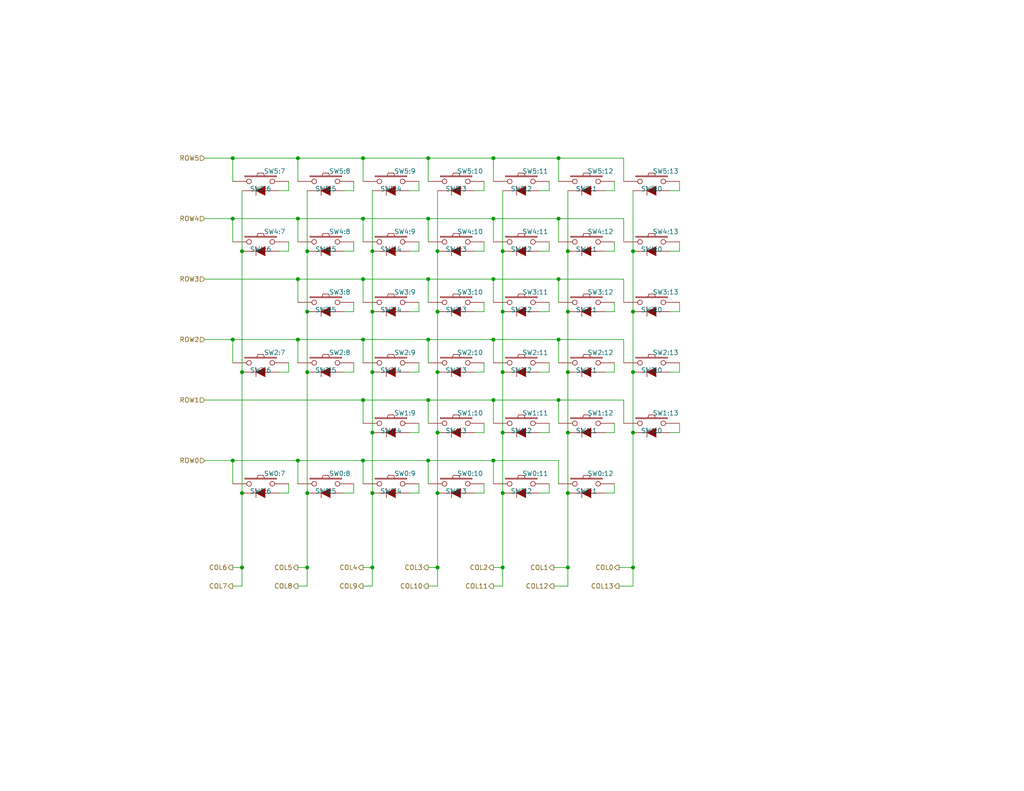
<source format=kicad_sch>
(kicad_sch (version 20210621) (generator eeschema)
  (paper "USLetter")
  (lib_symbols
    (symbol "ErgoDOX-rescue:SWITCH_DIODE" (pin_numbers hide) (pin_names (offset 1.016) hide)
      (property "Reference" "SW" (at 3.81 2.794 0))
      (property "Value" "SWITCH_DIODE" (at 0 -2.032 0))
      (symbol "SWITCH_DIODE_0_1"
        (rectangle (start -4.318 1.27) (end 4.318 1.524))
        (polyline (pts (xy -1.27 -1.27) (xy -1.27 -3.81)))
        (polyline (pts (xy -1.016 1.524) (xy -0.762 2.286) (xy 0.762 2.286) (xy 1.016 1.524)))
        (polyline (pts (xy 1.27 -1.27) (xy -1.27 -2.54) (xy 1.27 -3.81)) (fill (type outline)))
        (pin passive inverted (at -7.62 0 0) (length 5.08) (name "1") (number "1"))
        (pin passive inverted (at 7.62 0 180) (length 5.08) (name "2") (number "2"))
      )
      (symbol "SWITCH_DIODE_1_1"
        (pin power_in line (at 0 0 90) (length 0) hide (name "GND") (number "0"))
        (pin passive line (at 5.08 -2.54 180) (length 3.81) (name "A") (number "3"))
        (pin passive line (at -5.08 -2.54 0) (length 3.81) (name "K") (number "4"))
      )
    )
  )
  (junction (at 63.5 43.18) (diameter 0.9144))
  (junction (at 63.5 59.69) (diameter 0.9144))
  (junction (at 63.5 92.71) (diameter 0.9144))
  (junction (at 63.5 125.73) (diameter 0.9144))
  (junction (at 66.04 68.58) (diameter 0.9144))
  (junction (at 66.04 101.6) (diameter 0.9144))
  (junction (at 66.04 134.62) (diameter 0.9144))
  (junction (at 66.04 154.94) (diameter 0.9144))
  (junction (at 81.28 43.18) (diameter 0.9144))
  (junction (at 81.28 59.69) (diameter 0.9144))
  (junction (at 81.28 76.2) (diameter 0.9144))
  (junction (at 81.28 92.71) (diameter 0.9144))
  (junction (at 81.28 125.73) (diameter 0.9144))
  (junction (at 83.82 68.58) (diameter 0.9144))
  (junction (at 83.82 85.09) (diameter 0.9144))
  (junction (at 83.82 101.6) (diameter 0.9144))
  (junction (at 83.82 134.62) (diameter 0.9144))
  (junction (at 83.82 154.94) (diameter 0.9144))
  (junction (at 99.06 43.18) (diameter 0.9144))
  (junction (at 99.06 59.69) (diameter 0.9144))
  (junction (at 99.06 76.2) (diameter 0.9144))
  (junction (at 99.06 92.71) (diameter 0.9144))
  (junction (at 99.06 109.22) (diameter 0.9144))
  (junction (at 99.06 125.73) (diameter 0.9144))
  (junction (at 101.6 68.58) (diameter 0.9144))
  (junction (at 101.6 85.09) (diameter 0.9144))
  (junction (at 101.6 101.6) (diameter 0.9144))
  (junction (at 101.6 118.11) (diameter 0.9144))
  (junction (at 101.6 134.62) (diameter 0.9144))
  (junction (at 101.6 154.94) (diameter 0.9144))
  (junction (at 116.84 43.18) (diameter 0.9144))
  (junction (at 116.84 59.69) (diameter 0.9144))
  (junction (at 116.84 76.2) (diameter 0.9144))
  (junction (at 116.84 92.71) (diameter 0.9144))
  (junction (at 116.84 109.22) (diameter 0.9144))
  (junction (at 116.84 125.73) (diameter 0.9144))
  (junction (at 119.38 68.58) (diameter 0.9144))
  (junction (at 119.38 85.09) (diameter 0.9144))
  (junction (at 119.38 101.6) (diameter 0.9144))
  (junction (at 119.38 118.11) (diameter 0.9144))
  (junction (at 119.38 134.62) (diameter 0.9144))
  (junction (at 119.38 154.94) (diameter 0.9144))
  (junction (at 134.62 43.18) (diameter 0.9144))
  (junction (at 134.62 59.69) (diameter 0.9144))
  (junction (at 134.62 76.2) (diameter 0.9144))
  (junction (at 134.62 92.71) (diameter 0.9144))
  (junction (at 134.62 109.22) (diameter 0.9144))
  (junction (at 134.62 125.73) (diameter 0.9144))
  (junction (at 137.16 68.58) (diameter 0.9144))
  (junction (at 137.16 85.09) (diameter 0.9144))
  (junction (at 137.16 101.6) (diameter 0.9144))
  (junction (at 137.16 118.11) (diameter 0.9144))
  (junction (at 137.16 134.62) (diameter 0.9144))
  (junction (at 137.16 154.94) (diameter 0.9144))
  (junction (at 152.4 43.18) (diameter 0.9144))
  (junction (at 152.4 59.69) (diameter 0.9144))
  (junction (at 152.4 76.2) (diameter 0.9144))
  (junction (at 152.4 92.71) (diameter 0.9144))
  (junction (at 152.4 109.22) (diameter 0.9144))
  (junction (at 154.94 68.58) (diameter 0.9144))
  (junction (at 154.94 85.09) (diameter 0.9144))
  (junction (at 154.94 101.6) (diameter 0.9144))
  (junction (at 154.94 118.11) (diameter 0.9144))
  (junction (at 154.94 134.62) (diameter 0.9144))
  (junction (at 154.94 154.94) (diameter 0.9144))
  (junction (at 172.72 68.58) (diameter 0.9144))
  (junction (at 172.72 85.09) (diameter 0.9144))
  (junction (at 172.72 101.6) (diameter 0.9144))
  (junction (at 172.72 118.11) (diameter 0.9144))
  (junction (at 172.72 154.94) (diameter 0.9144))
  (wire (pts (xy 55.88 43.18) (xy 63.5 43.18)))
  (wire (pts (xy 55.88 59.69) (xy 63.5 59.69)))
  (wire (pts (xy 55.88 76.2) (xy 81.28 76.2)))
  (wire (pts (xy 55.88 92.71) (xy 63.5 92.71)))
  (wire (pts (xy 55.88 109.22) (xy 99.06 109.22)))
  (wire (pts (xy 55.88 125.73) (xy 63.5 125.73)))
  (wire (pts (xy 63.5 43.18) (xy 81.28 43.18)))
  (wire (pts (xy 63.5 49.53) (xy 63.5 43.18)))
  (wire (pts (xy 63.5 59.69) (xy 81.28 59.69)))
  (wire (pts (xy 63.5 66.04) (xy 63.5 59.69)))
  (wire (pts (xy 63.5 92.71) (xy 81.28 92.71)))
  (wire (pts (xy 63.5 99.06) (xy 63.5 92.71)))
  (wire (pts (xy 63.5 125.73) (xy 81.28 125.73)))
  (wire (pts (xy 63.5 132.08) (xy 63.5 125.73)))
  (wire (pts (xy 63.5 154.94) (xy 66.04 154.94)))
  (wire (pts (xy 63.5 160.02) (xy 66.04 160.02)))
  (wire (pts (xy 66.04 52.07) (xy 66.04 68.58)))
  (wire (pts (xy 66.04 68.58) (xy 66.04 101.6)))
  (wire (pts (xy 66.04 101.6) (xy 66.04 134.62)))
  (wire (pts (xy 66.04 134.62) (xy 66.04 154.94)))
  (wire (pts (xy 66.04 160.02) (xy 66.04 154.94)))
  (wire (pts (xy 76.2 52.07) (xy 78.74 52.07)))
  (wire (pts (xy 76.2 68.58) (xy 78.74 68.58)))
  (wire (pts (xy 76.2 101.6) (xy 78.74 101.6)))
  (wire (pts (xy 76.2 134.62) (xy 78.74 134.62)))
  (wire (pts (xy 78.74 52.07) (xy 78.74 49.53)))
  (wire (pts (xy 78.74 68.58) (xy 78.74 66.04)))
  (wire (pts (xy 78.74 101.6) (xy 78.74 99.06)))
  (wire (pts (xy 78.74 134.62) (xy 78.74 132.08)))
  (wire (pts (xy 81.28 43.18) (xy 81.28 49.53)))
  (wire (pts (xy 81.28 43.18) (xy 99.06 43.18)))
  (wire (pts (xy 81.28 59.69) (xy 81.28 66.04)))
  (wire (pts (xy 81.28 59.69) (xy 99.06 59.69)))
  (wire (pts (xy 81.28 76.2) (xy 81.28 82.55)))
  (wire (pts (xy 81.28 76.2) (xy 99.06 76.2)))
  (wire (pts (xy 81.28 92.71) (xy 81.28 99.06)))
  (wire (pts (xy 81.28 92.71) (xy 99.06 92.71)))
  (wire (pts (xy 81.28 125.73) (xy 81.28 132.08)))
  (wire (pts (xy 81.28 125.73) (xy 99.06 125.73)))
  (wire (pts (xy 81.28 154.94) (xy 83.82 154.94)))
  (wire (pts (xy 83.82 52.07) (xy 83.82 68.58)))
  (wire (pts (xy 83.82 68.58) (xy 83.82 85.09)))
  (wire (pts (xy 83.82 85.09) (xy 83.82 101.6)))
  (wire (pts (xy 83.82 101.6) (xy 83.82 134.62)))
  (wire (pts (xy 83.82 134.62) (xy 83.82 154.94)))
  (wire (pts (xy 83.82 154.94) (xy 83.82 160.02)))
  (wire (pts (xy 83.82 160.02) (xy 81.28 160.02)))
  (wire (pts (xy 93.98 52.07) (xy 96.52 52.07)))
  (wire (pts (xy 93.98 68.58) (xy 96.52 68.58)))
  (wire (pts (xy 93.98 85.09) (xy 96.52 85.09)))
  (wire (pts (xy 93.98 101.6) (xy 96.52 101.6)))
  (wire (pts (xy 93.98 134.62) (xy 96.52 134.62)))
  (wire (pts (xy 96.52 52.07) (xy 96.52 49.53)))
  (wire (pts (xy 96.52 68.58) (xy 96.52 66.04)))
  (wire (pts (xy 96.52 85.09) (xy 96.52 82.55)))
  (wire (pts (xy 96.52 101.6) (xy 96.52 99.06)))
  (wire (pts (xy 96.52 134.62) (xy 96.52 132.08)))
  (wire (pts (xy 99.06 43.18) (xy 99.06 49.53)))
  (wire (pts (xy 99.06 43.18) (xy 116.84 43.18)))
  (wire (pts (xy 99.06 59.69) (xy 99.06 66.04)))
  (wire (pts (xy 99.06 59.69) (xy 116.84 59.69)))
  (wire (pts (xy 99.06 76.2) (xy 99.06 82.55)))
  (wire (pts (xy 99.06 76.2) (xy 116.84 76.2)))
  (wire (pts (xy 99.06 92.71) (xy 99.06 99.06)))
  (wire (pts (xy 99.06 92.71) (xy 116.84 92.71)))
  (wire (pts (xy 99.06 109.22) (xy 99.06 115.57)))
  (wire (pts (xy 99.06 109.22) (xy 116.84 109.22)))
  (wire (pts (xy 99.06 125.73) (xy 99.06 132.08)))
  (wire (pts (xy 99.06 125.73) (xy 116.84 125.73)))
  (wire (pts (xy 99.06 154.94) (xy 101.6 154.94)))
  (wire (pts (xy 99.06 160.02) (xy 101.6 160.02)))
  (wire (pts (xy 101.6 52.07) (xy 101.6 68.58)))
  (wire (pts (xy 101.6 68.58) (xy 101.6 85.09)))
  (wire (pts (xy 101.6 85.09) (xy 101.6 101.6)))
  (wire (pts (xy 101.6 101.6) (xy 101.6 118.11)))
  (wire (pts (xy 101.6 118.11) (xy 101.6 134.62)))
  (wire (pts (xy 101.6 134.62) (xy 101.6 154.94)))
  (wire (pts (xy 101.6 160.02) (xy 101.6 154.94)))
  (wire (pts (xy 111.76 52.07) (xy 114.3 52.07)))
  (wire (pts (xy 111.76 68.58) (xy 114.3 68.58)))
  (wire (pts (xy 111.76 101.6) (xy 114.3 101.6)))
  (wire (pts (xy 111.76 118.11) (xy 114.3 118.11)))
  (wire (pts (xy 111.76 134.62) (xy 114.3 134.62)))
  (wire (pts (xy 114.3 52.07) (xy 114.3 49.53)))
  (wire (pts (xy 114.3 68.58) (xy 114.3 66.04)))
  (wire (pts (xy 114.3 82.55) (xy 114.3 85.09)))
  (wire (pts (xy 114.3 85.09) (xy 111.76 85.09)))
  (wire (pts (xy 114.3 101.6) (xy 114.3 99.06)))
  (wire (pts (xy 114.3 118.11) (xy 114.3 115.57)))
  (wire (pts (xy 114.3 134.62) (xy 114.3 132.08)))
  (wire (pts (xy 116.84 43.18) (xy 116.84 49.53)))
  (wire (pts (xy 116.84 43.18) (xy 134.62 43.18)))
  (wire (pts (xy 116.84 59.69) (xy 116.84 66.04)))
  (wire (pts (xy 116.84 59.69) (xy 134.62 59.69)))
  (wire (pts (xy 116.84 76.2) (xy 116.84 82.55)))
  (wire (pts (xy 116.84 76.2) (xy 134.62 76.2)))
  (wire (pts (xy 116.84 92.71) (xy 116.84 99.06)))
  (wire (pts (xy 116.84 92.71) (xy 134.62 92.71)))
  (wire (pts (xy 116.84 109.22) (xy 116.84 115.57)))
  (wire (pts (xy 116.84 109.22) (xy 134.62 109.22)))
  (wire (pts (xy 116.84 125.73) (xy 116.84 132.08)))
  (wire (pts (xy 116.84 125.73) (xy 134.62 125.73)))
  (wire (pts (xy 116.84 154.94) (xy 119.38 154.94)))
  (wire (pts (xy 116.84 160.02) (xy 119.38 160.02)))
  (wire (pts (xy 119.38 52.07) (xy 119.38 68.58)))
  (wire (pts (xy 119.38 68.58) (xy 119.38 85.09)))
  (wire (pts (xy 119.38 85.09) (xy 119.38 101.6)))
  (wire (pts (xy 119.38 101.6) (xy 119.38 118.11)))
  (wire (pts (xy 119.38 118.11) (xy 119.38 134.62)))
  (wire (pts (xy 119.38 134.62) (xy 119.38 154.94)))
  (wire (pts (xy 119.38 154.94) (xy 119.38 160.02)))
  (wire (pts (xy 129.54 52.07) (xy 132.08 52.07)))
  (wire (pts (xy 129.54 68.58) (xy 132.08 68.58)))
  (wire (pts (xy 129.54 85.09) (xy 132.08 85.09)))
  (wire (pts (xy 129.54 101.6) (xy 132.08 101.6)))
  (wire (pts (xy 129.54 118.11) (xy 132.08 118.11)))
  (wire (pts (xy 132.08 52.07) (xy 132.08 49.53)))
  (wire (pts (xy 132.08 68.58) (xy 132.08 66.04)))
  (wire (pts (xy 132.08 85.09) (xy 132.08 82.55)))
  (wire (pts (xy 132.08 101.6) (xy 132.08 99.06)))
  (wire (pts (xy 132.08 118.11) (xy 132.08 115.57)))
  (wire (pts (xy 132.08 132.08) (xy 132.08 134.62)))
  (wire (pts (xy 132.08 134.62) (xy 129.54 134.62)))
  (wire (pts (xy 134.62 43.18) (xy 134.62 49.53)))
  (wire (pts (xy 134.62 43.18) (xy 152.4 43.18)))
  (wire (pts (xy 134.62 59.69) (xy 134.62 66.04)))
  (wire (pts (xy 134.62 59.69) (xy 152.4 59.69)))
  (wire (pts (xy 134.62 76.2) (xy 134.62 82.55)))
  (wire (pts (xy 134.62 76.2) (xy 152.4 76.2)))
  (wire (pts (xy 134.62 92.71) (xy 134.62 99.06)))
  (wire (pts (xy 134.62 92.71) (xy 152.4 92.71)))
  (wire (pts (xy 134.62 109.22) (xy 134.62 115.57)))
  (wire (pts (xy 134.62 109.22) (xy 152.4 109.22)))
  (wire (pts (xy 134.62 125.73) (xy 134.62 132.08)))
  (wire (pts (xy 134.62 125.73) (xy 152.4 125.73)))
  (wire (pts (xy 134.62 154.94) (xy 137.16 154.94)))
  (wire (pts (xy 134.62 160.02) (xy 137.16 160.02)))
  (wire (pts (xy 137.16 52.07) (xy 137.16 68.58)))
  (wire (pts (xy 137.16 68.58) (xy 137.16 85.09)))
  (wire (pts (xy 137.16 85.09) (xy 137.16 101.6)))
  (wire (pts (xy 137.16 101.6) (xy 137.16 118.11)))
  (wire (pts (xy 137.16 118.11) (xy 137.16 134.62)))
  (wire (pts (xy 137.16 134.62) (xy 137.16 154.94)))
  (wire (pts (xy 137.16 154.94) (xy 137.16 160.02)))
  (wire (pts (xy 147.32 52.07) (xy 149.86 52.07)))
  (wire (pts (xy 147.32 68.58) (xy 149.86 68.58)))
  (wire (pts (xy 147.32 85.09) (xy 149.86 85.09)))
  (wire (pts (xy 147.32 101.6) (xy 149.86 101.6)))
  (wire (pts (xy 147.32 118.11) (xy 149.86 118.11)))
  (wire (pts (xy 149.86 52.07) (xy 149.86 49.53)))
  (wire (pts (xy 149.86 68.58) (xy 149.86 66.04)))
  (wire (pts (xy 149.86 85.09) (xy 149.86 82.55)))
  (wire (pts (xy 149.86 101.6) (xy 149.86 99.06)))
  (wire (pts (xy 149.86 118.11) (xy 149.86 115.57)))
  (wire (pts (xy 149.86 132.08) (xy 149.86 134.62)))
  (wire (pts (xy 149.86 134.62) (xy 147.32 134.62)))
  (wire (pts (xy 151.13 154.94) (xy 154.94 154.94)))
  (wire (pts (xy 151.13 160.02) (xy 154.94 160.02)))
  (wire (pts (xy 152.4 43.18) (xy 152.4 49.53)))
  (wire (pts (xy 152.4 43.18) (xy 170.18 43.18)))
  (wire (pts (xy 152.4 59.69) (xy 152.4 66.04)))
  (wire (pts (xy 152.4 59.69) (xy 170.18 59.69)))
  (wire (pts (xy 152.4 76.2) (xy 152.4 82.55)))
  (wire (pts (xy 152.4 76.2) (xy 170.18 76.2)))
  (wire (pts (xy 152.4 92.71) (xy 152.4 99.06)))
  (wire (pts (xy 152.4 92.71) (xy 170.18 92.71)))
  (wire (pts (xy 152.4 109.22) (xy 152.4 115.57)))
  (wire (pts (xy 152.4 109.22) (xy 170.18 109.22)))
  (wire (pts (xy 152.4 125.73) (xy 152.4 132.08)))
  (wire (pts (xy 154.94 52.07) (xy 154.94 68.58)))
  (wire (pts (xy 154.94 68.58) (xy 154.94 85.09)))
  (wire (pts (xy 154.94 85.09) (xy 154.94 101.6)))
  (wire (pts (xy 154.94 101.6) (xy 154.94 118.11)))
  (wire (pts (xy 154.94 118.11) (xy 154.94 134.62)))
  (wire (pts (xy 154.94 134.62) (xy 154.94 154.94)))
  (wire (pts (xy 154.94 154.94) (xy 154.94 160.02)))
  (wire (pts (xy 165.1 52.07) (xy 167.64 52.07)))
  (wire (pts (xy 165.1 68.58) (xy 167.64 68.58)))
  (wire (pts (xy 165.1 85.09) (xy 167.64 85.09)))
  (wire (pts (xy 165.1 101.6) (xy 167.64 101.6)))
  (wire (pts (xy 165.1 118.11) (xy 167.64 118.11)))
  (wire (pts (xy 165.1 134.62) (xy 167.64 134.62)))
  (wire (pts (xy 167.64 52.07) (xy 167.64 49.53)))
  (wire (pts (xy 167.64 68.58) (xy 167.64 66.04)))
  (wire (pts (xy 167.64 85.09) (xy 167.64 82.55)))
  (wire (pts (xy 167.64 101.6) (xy 167.64 99.06)))
  (wire (pts (xy 167.64 118.11) (xy 167.64 115.57)))
  (wire (pts (xy 167.64 134.62) (xy 167.64 132.08)))
  (wire (pts (xy 168.91 154.94) (xy 172.72 154.94)))
  (wire (pts (xy 168.91 160.02) (xy 172.72 160.02)))
  (wire (pts (xy 170.18 43.18) (xy 170.18 49.53)))
  (wire (pts (xy 170.18 59.69) (xy 170.18 66.04)))
  (wire (pts (xy 170.18 76.2) (xy 170.18 82.55)))
  (wire (pts (xy 170.18 92.71) (xy 170.18 99.06)))
  (wire (pts (xy 170.18 109.22) (xy 170.18 115.57)))
  (wire (pts (xy 172.72 52.07) (xy 172.72 68.58)))
  (wire (pts (xy 172.72 68.58) (xy 172.72 85.09)))
  (wire (pts (xy 172.72 85.09) (xy 172.72 101.6)))
  (wire (pts (xy 172.72 101.6) (xy 172.72 118.11)))
  (wire (pts (xy 172.72 118.11) (xy 172.72 154.94)))
  (wire (pts (xy 172.72 154.94) (xy 172.72 160.02)))
  (wire (pts (xy 182.88 52.07) (xy 185.42 52.07)))
  (wire (pts (xy 182.88 68.58) (xy 185.42 68.58)))
  (wire (pts (xy 182.88 85.09) (xy 185.42 85.09)))
  (wire (pts (xy 182.88 101.6) (xy 185.42 101.6)))
  (wire (pts (xy 182.88 118.11) (xy 185.42 118.11)))
  (wire (pts (xy 185.42 52.07) (xy 185.42 49.53)))
  (wire (pts (xy 185.42 68.58) (xy 185.42 66.04)))
  (wire (pts (xy 185.42 85.09) (xy 185.42 82.55)))
  (wire (pts (xy 185.42 101.6) (xy 185.42 99.06)))
  (wire (pts (xy 185.42 118.11) (xy 185.42 115.57)))
  (hierarchical_label "ROW5" (shape input) (at 55.88 43.18 180))
  (hierarchical_label "ROW4" (shape input) (at 55.88 59.69 180))
  (hierarchical_label "ROW3" (shape input) (at 55.88 76.2 180))
  (hierarchical_label "ROW2" (shape input) (at 55.88 92.71 180))
  (hierarchical_label "ROW1" (shape input) (at 55.88 109.22 180))
  (hierarchical_label "ROW0" (shape input) (at 55.88 125.73 180))
  (hierarchical_label "COL6" (shape output) (at 63.5 154.94 180))
  (hierarchical_label "COL7" (shape output) (at 63.5 160.02 180))
  (hierarchical_label "COL5" (shape output) (at 81.28 154.94 180))
  (hierarchical_label "COL8" (shape output) (at 81.28 160.02 180))
  (hierarchical_label "COL4" (shape output) (at 99.06 154.94 180))
  (hierarchical_label "COL9" (shape output) (at 99.06 160.02 180))
  (hierarchical_label "COL3" (shape output) (at 116.84 154.94 180))
  (hierarchical_label "COL10" (shape output) (at 116.84 160.02 180))
  (hierarchical_label "COL2" (shape output) (at 134.62 154.94 180))
  (hierarchical_label "COL11" (shape output) (at 134.62 160.02 180))
  (hierarchical_label "COL1" (shape output) (at 151.13 154.94 180))
  (hierarchical_label "COL12" (shape output) (at 151.13 160.02 180))
  (hierarchical_label "COL0" (shape output) (at 168.91 154.94 180))
  (hierarchical_label "COL13" (shape output) (at 168.91 160.02 180))
  (symbol (lib_id "ErgoDOX-rescue:SWITCH_DIODE") (at 71.12 49.53 0) (unit 1)
    (property "Reference" "SW5:7" (at 74.93 46.736 0))
    (property "Value" "SW5:6" (at 71.12 51.562 0))
    (property "Footprint" "tt-switches:MX_FLIP_DIODE" (effects hide))
  )
  (symbol (lib_id "ErgoDOX-rescue:SWITCH_DIODE") (at 71.12 66.04 0) (unit 1)
    (property "Reference" "SW4:7" (at 74.93 63.246 0))
    (property "Value" "SW4:6" (at 71.12 68.072 0))
    (property "Footprint" "tt-switches:MX_FLIP_DIODE" (effects hide))
  )
  (symbol (lib_id "ErgoDOX-rescue:SWITCH_DIODE") (at 71.12 99.06 0) (unit 1)
    (property "Reference" "SW2:7" (at 74.93 96.266 0))
    (property "Value" "SW2:6" (at 71.12 101.092 0))
    (property "Footprint" "tt-switches:MX_FLIP_DIODE" (effects hide))
  )
  (symbol (lib_id "ErgoDOX-rescue:SWITCH_DIODE") (at 71.12 132.08 0) (unit 1)
    (property "Reference" "SW0:7" (at 74.93 129.286 0))
    (property "Value" "SW0:6" (at 71.12 134.112 0))
    (property "Footprint" "tt-switches:MX_FLIP_DIODE" (effects hide))
  )
  (symbol (lib_id "ErgoDOX-rescue:SWITCH_DIODE") (at 88.9 49.53 0) (unit 1)
    (property "Reference" "SW5:8" (at 92.71 46.736 0))
    (property "Value" "SW5:5" (at 88.9 51.562 0))
    (property "Footprint" "tt-switches:MX_FLIP_DIODE" (effects hide))
  )
  (symbol (lib_id "ErgoDOX-rescue:SWITCH_DIODE") (at 88.9 66.04 0) (unit 1)
    (property "Reference" "SW4:8" (at 92.71 63.246 0))
    (property "Value" "SW4:5" (at 88.9 68.072 0))
    (property "Footprint" "tt-switches:MX_FLIP_DIODE" (effects hide))
  )
  (symbol (lib_id "ErgoDOX-rescue:SWITCH_DIODE") (at 88.9 82.55 0) (unit 1)
    (property "Reference" "SW3:8" (at 92.71 79.756 0))
    (property "Value" "SW3:5" (at 88.9 84.582 0))
    (property "Footprint" "tt-switches:MX_FLIP_DIODE" (effects hide))
  )
  (symbol (lib_id "ErgoDOX-rescue:SWITCH_DIODE") (at 88.9 99.06 0) (unit 1)
    (property "Reference" "SW2:8" (at 92.71 96.266 0))
    (property "Value" "SW2:5" (at 88.9 101.092 0))
    (property "Footprint" "tt-switches:MX_FLIP_DIODE" (effects hide))
  )
  (symbol (lib_id "ErgoDOX-rescue:SWITCH_DIODE") (at 88.9 132.08 0) (unit 1)
    (property "Reference" "SW0:8" (at 92.71 129.286 0))
    (property "Value" "SW0:5" (at 88.9 134.112 0))
    (property "Footprint" "tt-switches:MX_FLIP_DIODE" (effects hide))
  )
  (symbol (lib_id "ErgoDOX-rescue:SWITCH_DIODE") (at 106.68 49.53 0) (unit 1)
    (property "Reference" "SW5:9" (at 110.49 46.736 0))
    (property "Value" "SW5:4" (at 106.68 51.562 0))
    (property "Footprint" "tt-switches:MX_FLIP_DIODE" (effects hide))
  )
  (symbol (lib_id "ErgoDOX-rescue:SWITCH_DIODE") (at 106.68 66.04 0) (unit 1)
    (property "Reference" "SW4:9" (at 110.49 63.246 0))
    (property "Value" "SW4:4" (at 106.68 68.072 0))
    (property "Footprint" "tt-switches:MX_FLIP_DIODE" (effects hide))
  )
  (symbol (lib_id "ErgoDOX-rescue:SWITCH_DIODE") (at 106.68 82.55 0) (unit 1)
    (property "Reference" "SW3:9" (at 110.49 79.756 0))
    (property "Value" "SW3:4" (at 106.68 84.582 0))
    (property "Footprint" "tt-switches:MX_FLIP_DIODE" (effects hide))
  )
  (symbol (lib_id "ErgoDOX-rescue:SWITCH_DIODE") (at 106.68 99.06 0) (unit 1)
    (property "Reference" "SW2:9" (at 110.49 96.266 0))
    (property "Value" "SW2:4" (at 106.68 101.092 0))
    (property "Footprint" "tt-switches:MX_FLIP_DIODE" (effects hide))
  )
  (symbol (lib_id "ErgoDOX-rescue:SWITCH_DIODE") (at 106.68 115.57 0) (unit 1)
    (property "Reference" "SW1:9" (at 110.49 112.776 0))
    (property "Value" "SW1:4" (at 106.68 117.602 0))
    (property "Footprint" "tt-switches:MX_FLIP_DIODE" (effects hide))
  )
  (symbol (lib_id "ErgoDOX-rescue:SWITCH_DIODE") (at 106.68 132.08 0) (unit 1)
    (property "Reference" "SW0:9" (at 110.49 129.286 0))
    (property "Value" "SW0:4" (at 106.68 134.112 0))
    (property "Footprint" "tt-switches:MX_FLIP_DIODE" (effects hide))
  )
  (symbol (lib_id "ErgoDOX-rescue:SWITCH_DIODE") (at 124.46 49.53 0) (unit 1)
    (property "Reference" "SW5:10" (at 128.27 46.736 0))
    (property "Value" "SW5:3" (at 124.46 51.562 0))
    (property "Footprint" "tt-switches:MX_FLIP_DIODE" (effects hide))
  )
  (symbol (lib_id "ErgoDOX-rescue:SWITCH_DIODE") (at 124.46 66.04 0) (unit 1)
    (property "Reference" "SW4:10" (at 128.27 63.246 0))
    (property "Value" "SW4:3" (at 124.46 68.072 0))
    (property "Footprint" "tt-switches:MX_FLIP_DIODE" (effects hide))
  )
  (symbol (lib_id "ErgoDOX-rescue:SWITCH_DIODE") (at 124.46 82.55 0) (unit 1)
    (property "Reference" "SW3:10" (at 128.27 79.756 0))
    (property "Value" "SW3:3" (at 124.46 84.582 0))
    (property "Footprint" "tt-switches:MX_FLIP_DIODE" (effects hide))
  )
  (symbol (lib_id "ErgoDOX-rescue:SWITCH_DIODE") (at 124.46 99.06 0) (unit 1)
    (property "Reference" "SW2:10" (at 128.27 96.266 0))
    (property "Value" "SW2:3" (at 124.46 101.092 0))
    (property "Footprint" "tt-switches:MX_FLIP_DIODE" (effects hide))
  )
  (symbol (lib_id "ErgoDOX-rescue:SWITCH_DIODE") (at 124.46 115.57 0) (unit 1)
    (property "Reference" "SW1:10" (at 128.27 112.776 0))
    (property "Value" "SW1:3" (at 124.46 117.602 0))
    (property "Footprint" "tt-switches:MX_FLIP_DIODE" (effects hide))
  )
  (symbol (lib_id "ErgoDOX-rescue:SWITCH_DIODE") (at 124.46 132.08 0) (unit 1)
    (property "Reference" "SW0:10" (at 128.27 129.286 0))
    (property "Value" "SW0:3" (at 124.46 134.112 0))
    (property "Footprint" "tt-switches:MX_FLIP_DIODE" (effects hide))
  )
  (symbol (lib_id "ErgoDOX-rescue:SWITCH_DIODE") (at 142.24 49.53 0) (unit 1)
    (property "Reference" "SW5:11" (at 146.05 46.736 0))
    (property "Value" "SW5:2" (at 142.24 51.562 0))
    (property "Footprint" "tt-switches:MX_FLIP_DIODE" (effects hide))
  )
  (symbol (lib_id "ErgoDOX-rescue:SWITCH_DIODE") (at 142.24 66.04 0) (unit 1)
    (property "Reference" "SW4:11" (at 146.05 63.246 0))
    (property "Value" "SW4:2" (at 142.24 68.072 0))
    (property "Footprint" "tt-switches:MX_FLIP_DIODE" (effects hide))
  )
  (symbol (lib_id "ErgoDOX-rescue:SWITCH_DIODE") (at 142.24 82.55 0) (unit 1)
    (property "Reference" "SW3:11" (at 146.05 79.756 0))
    (property "Value" "SW3:2" (at 142.24 84.582 0))
    (property "Footprint" "tt-switches:MX_FLIP_DIODE" (effects hide))
  )
  (symbol (lib_id "ErgoDOX-rescue:SWITCH_DIODE") (at 142.24 99.06 0) (unit 1)
    (property "Reference" "SW2:11" (at 146.05 96.266 0))
    (property "Value" "SW2:2" (at 142.24 101.092 0))
    (property "Footprint" "tt-switches:MX_FLIP_DIODE" (effects hide))
  )
  (symbol (lib_id "ErgoDOX-rescue:SWITCH_DIODE") (at 142.24 115.57 0) (unit 1)
    (property "Reference" "SW1:11" (at 146.05 112.776 0))
    (property "Value" "SW1:2" (at 142.24 117.602 0))
    (property "Footprint" "tt-switches:MX_FLIP_DIODE" (effects hide))
  )
  (symbol (lib_id "ErgoDOX-rescue:SWITCH_DIODE") (at 142.24 132.08 0) (unit 1)
    (property "Reference" "SW0:11" (at 146.05 129.286 0))
    (property "Value" "SW0:2" (at 142.24 134.112 0))
    (property "Footprint" "tt-switches:MX_FLIP_DIODE" (effects hide))
  )
  (symbol (lib_id "ErgoDOX-rescue:SWITCH_DIODE") (at 160.02 49.53 0) (unit 1)
    (property "Reference" "SW5:12" (at 163.83 46.736 0))
    (property "Value" "SW5:1" (at 160.02 51.562 0))
    (property "Footprint" "tt-switches:MX_FLIP_DIODE" (effects hide))
  )
  (symbol (lib_id "ErgoDOX-rescue:SWITCH_DIODE") (at 160.02 66.04 0) (unit 1)
    (property "Reference" "SW4:12" (at 163.83 63.246 0))
    (property "Value" "SW4:1" (at 160.02 68.072 0))
    (property "Footprint" "tt-switches:MX_FLIP_DIODE" (effects hide))
  )
  (symbol (lib_id "ErgoDOX-rescue:SWITCH_DIODE") (at 160.02 82.55 0) (unit 1)
    (property "Reference" "SW3:12" (at 163.83 79.756 0))
    (property "Value" "SW3:1" (at 160.02 84.582 0))
    (property "Footprint" "tt-switches:MX_FLIP_DIODE" (effects hide))
  )
  (symbol (lib_id "ErgoDOX-rescue:SWITCH_DIODE") (at 160.02 99.06 0) (unit 1)
    (property "Reference" "SW2:12" (at 163.83 96.266 0))
    (property "Value" "SW2:1" (at 160.02 101.092 0))
    (property "Footprint" "tt-switches:MX_FLIP_DIODE" (effects hide))
  )
  (symbol (lib_id "ErgoDOX-rescue:SWITCH_DIODE") (at 160.02 115.57 0) (unit 1)
    (property "Reference" "SW1:12" (at 163.83 112.776 0))
    (property "Value" "SW1:1" (at 160.02 117.602 0))
    (property "Footprint" "tt-switches:MX_FLIP_DIODE" (effects hide))
  )
  (symbol (lib_id "ErgoDOX-rescue:SWITCH_DIODE") (at 160.02 132.08 0) (unit 1)
    (property "Reference" "SW0:12" (at 163.83 129.286 0))
    (property "Value" "SW0:1" (at 160.02 134.112 0))
    (property "Footprint" "tt-switches:MX_FLIP_DIODE" (effects hide))
  )
  (symbol (lib_id "ErgoDOX-rescue:SWITCH_DIODE") (at 177.8 49.53 0) (unit 1)
    (property "Reference" "SW5:13" (at 181.61 46.736 0))
    (property "Value" "SW5:0" (at 177.8 51.562 0))
    (property "Footprint" "tt-switches:MX_FLIP_DIODE" (effects hide))
  )
  (symbol (lib_id "ErgoDOX-rescue:SWITCH_DIODE") (at 177.8 66.04 0) (unit 1)
    (property "Reference" "SW4:13" (at 181.61 63.246 0))
    (property "Value" "SW4:0" (at 177.8 68.072 0))
    (property "Footprint" "tt-switches:MX_FLIP_DIODE" (effects hide))
  )
  (symbol (lib_id "ErgoDOX-rescue:SWITCH_DIODE") (at 177.8 82.55 0) (unit 1)
    (property "Reference" "SW3:13" (at 181.61 79.756 0))
    (property "Value" "SW3:0" (at 177.8 84.582 0))
    (property "Footprint" "tt-switches:MX_FLIP_DIODE" (effects hide))
  )
  (symbol (lib_id "ErgoDOX-rescue:SWITCH_DIODE") (at 177.8 99.06 0) (unit 1)
    (property "Reference" "SW2:13" (at 181.61 96.266 0))
    (property "Value" "SW2:0" (at 177.8 101.092 0))
    (property "Footprint" "tt-switches:MX_FLIP_DIODE" (effects hide))
  )
  (symbol (lib_id "ErgoDOX-rescue:SWITCH_DIODE") (at 177.8 115.57 0) (unit 1)
    (property "Reference" "SW1:13" (at 181.61 112.776 0))
    (property "Value" "SW1:0" (at 177.8 117.602 0))
    (property "Footprint" "tt-switches:MX_FLIP_DIODE" (effects hide))
  )
)
</source>
